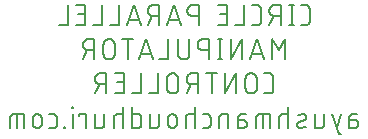
<source format=gbr>
G04 EAGLE Gerber RS-274X export*
G75*
%MOMM*%
%FSLAX34Y34*%
%LPD*%
%INSilkscreen Bottom*%
%IPPOS*%
%AMOC8*
5,1,8,0,0,1.08239X$1,22.5*%
G01*
%ADD10C,0.203200*%


D10*
X598658Y99798D02*
X602496Y99798D01*
X602619Y99800D01*
X602742Y99806D01*
X602865Y99816D01*
X602987Y99830D01*
X603109Y99847D01*
X603230Y99869D01*
X603350Y99894D01*
X603470Y99924D01*
X603588Y99957D01*
X603705Y99994D01*
X603822Y100034D01*
X603936Y100078D01*
X604050Y100126D01*
X604161Y100178D01*
X604271Y100233D01*
X604379Y100292D01*
X604486Y100354D01*
X604590Y100419D01*
X604692Y100488D01*
X604792Y100560D01*
X604889Y100635D01*
X604984Y100714D01*
X605076Y100795D01*
X605166Y100879D01*
X605253Y100966D01*
X605337Y101056D01*
X605418Y101148D01*
X605497Y101243D01*
X605572Y101340D01*
X605644Y101440D01*
X605713Y101542D01*
X605778Y101646D01*
X605840Y101753D01*
X605899Y101861D01*
X605954Y101971D01*
X606006Y102082D01*
X606054Y102196D01*
X606098Y102311D01*
X606138Y102427D01*
X606175Y102544D01*
X606208Y102662D01*
X606238Y102782D01*
X606263Y102902D01*
X606285Y103023D01*
X606302Y103145D01*
X606316Y103267D01*
X606326Y103390D01*
X606332Y103513D01*
X606334Y103636D01*
X606335Y103636D02*
X606335Y113232D01*
X606334Y113232D02*
X606332Y113355D01*
X606326Y113478D01*
X606316Y113601D01*
X606302Y113723D01*
X606285Y113845D01*
X606263Y113966D01*
X606238Y114086D01*
X606208Y114206D01*
X606175Y114324D01*
X606138Y114441D01*
X606098Y114557D01*
X606054Y114672D01*
X606006Y114786D01*
X605954Y114897D01*
X605899Y115007D01*
X605840Y115115D01*
X605778Y115222D01*
X605713Y115326D01*
X605644Y115428D01*
X605572Y115528D01*
X605497Y115625D01*
X605418Y115720D01*
X605337Y115812D01*
X605253Y115902D01*
X605166Y115989D01*
X605076Y116073D01*
X604984Y116154D01*
X604889Y116233D01*
X604792Y116308D01*
X604692Y116380D01*
X604590Y116449D01*
X604486Y116514D01*
X604379Y116576D01*
X604271Y116635D01*
X604161Y116690D01*
X604050Y116741D01*
X603936Y116789D01*
X603822Y116834D01*
X603705Y116874D01*
X603588Y116911D01*
X603470Y116944D01*
X603350Y116974D01*
X603230Y116999D01*
X603109Y117021D01*
X602987Y117038D01*
X602865Y117052D01*
X602742Y117062D01*
X602619Y117068D01*
X602496Y117070D01*
X598658Y117070D01*
X590884Y117070D02*
X590884Y99798D01*
X588965Y99798D02*
X592804Y99798D01*
X592804Y117070D02*
X588965Y117070D01*
X581619Y117070D02*
X581619Y99798D01*
X581619Y117070D02*
X576822Y117070D01*
X576684Y117068D01*
X576546Y117062D01*
X576408Y117052D01*
X576270Y117038D01*
X576133Y117020D01*
X575996Y116998D01*
X575861Y116973D01*
X575725Y116943D01*
X575591Y116909D01*
X575458Y116872D01*
X575326Y116831D01*
X575195Y116786D01*
X575066Y116737D01*
X574938Y116685D01*
X574812Y116629D01*
X574687Y116569D01*
X574564Y116505D01*
X574443Y116439D01*
X574324Y116368D01*
X574207Y116295D01*
X574092Y116218D01*
X573979Y116137D01*
X573869Y116054D01*
X573762Y115967D01*
X573656Y115877D01*
X573554Y115785D01*
X573454Y115689D01*
X573357Y115591D01*
X573263Y115489D01*
X573171Y115385D01*
X573083Y115279D01*
X572998Y115170D01*
X572916Y115059D01*
X572837Y114945D01*
X572762Y114829D01*
X572690Y114711D01*
X572621Y114591D01*
X572556Y114469D01*
X572495Y114345D01*
X572437Y114219D01*
X572383Y114092D01*
X572332Y113963D01*
X572285Y113833D01*
X572242Y113702D01*
X572203Y113569D01*
X572167Y113436D01*
X572136Y113301D01*
X572108Y113166D01*
X572084Y113029D01*
X572064Y112893D01*
X572048Y112755D01*
X572036Y112617D01*
X572028Y112479D01*
X572024Y112341D01*
X572024Y112203D01*
X572028Y112065D01*
X572036Y111927D01*
X572048Y111789D01*
X572064Y111651D01*
X572084Y111515D01*
X572108Y111378D01*
X572136Y111243D01*
X572167Y111108D01*
X572203Y110975D01*
X572242Y110842D01*
X572285Y110711D01*
X572332Y110581D01*
X572383Y110452D01*
X572437Y110325D01*
X572495Y110199D01*
X572556Y110075D01*
X572621Y109953D01*
X572690Y109833D01*
X572762Y109715D01*
X572837Y109599D01*
X572916Y109485D01*
X572998Y109374D01*
X573083Y109265D01*
X573171Y109159D01*
X573263Y109055D01*
X573357Y108953D01*
X573454Y108855D01*
X573554Y108759D01*
X573656Y108667D01*
X573762Y108577D01*
X573869Y108490D01*
X573979Y108407D01*
X574092Y108326D01*
X574207Y108249D01*
X574324Y108176D01*
X574443Y108105D01*
X574564Y108039D01*
X574687Y107975D01*
X574812Y107915D01*
X574938Y107859D01*
X575066Y107807D01*
X575195Y107758D01*
X575326Y107713D01*
X575458Y107672D01*
X575591Y107635D01*
X575725Y107601D01*
X575861Y107571D01*
X575996Y107546D01*
X576133Y107524D01*
X576270Y107506D01*
X576408Y107492D01*
X576546Y107482D01*
X576684Y107476D01*
X576822Y107474D01*
X581619Y107474D01*
X575862Y107474D02*
X572024Y99798D01*
X561179Y99798D02*
X557340Y99798D01*
X561179Y99798D02*
X561302Y99800D01*
X561425Y99806D01*
X561548Y99816D01*
X561670Y99830D01*
X561792Y99847D01*
X561913Y99869D01*
X562033Y99894D01*
X562153Y99924D01*
X562271Y99957D01*
X562388Y99994D01*
X562505Y100034D01*
X562619Y100078D01*
X562733Y100126D01*
X562844Y100178D01*
X562954Y100233D01*
X563062Y100292D01*
X563169Y100354D01*
X563273Y100419D01*
X563375Y100488D01*
X563475Y100560D01*
X563572Y100635D01*
X563667Y100714D01*
X563759Y100795D01*
X563849Y100879D01*
X563936Y100966D01*
X564020Y101056D01*
X564101Y101148D01*
X564180Y101243D01*
X564255Y101340D01*
X564327Y101440D01*
X564396Y101542D01*
X564461Y101646D01*
X564523Y101753D01*
X564582Y101861D01*
X564637Y101971D01*
X564689Y102082D01*
X564737Y102196D01*
X564781Y102311D01*
X564821Y102427D01*
X564858Y102544D01*
X564891Y102662D01*
X564921Y102782D01*
X564946Y102902D01*
X564968Y103023D01*
X564985Y103145D01*
X564999Y103267D01*
X565009Y103390D01*
X565015Y103513D01*
X565017Y103636D01*
X565017Y113232D01*
X565015Y113355D01*
X565009Y113478D01*
X564999Y113601D01*
X564985Y113723D01*
X564968Y113845D01*
X564946Y113966D01*
X564921Y114086D01*
X564891Y114206D01*
X564858Y114324D01*
X564821Y114441D01*
X564781Y114557D01*
X564737Y114672D01*
X564689Y114786D01*
X564637Y114897D01*
X564582Y115007D01*
X564523Y115115D01*
X564461Y115222D01*
X564396Y115326D01*
X564327Y115428D01*
X564255Y115528D01*
X564180Y115625D01*
X564101Y115720D01*
X564020Y115812D01*
X563936Y115902D01*
X563849Y115989D01*
X563759Y116073D01*
X563667Y116154D01*
X563572Y116233D01*
X563475Y116308D01*
X563375Y116380D01*
X563273Y116449D01*
X563169Y116514D01*
X563062Y116576D01*
X562954Y116635D01*
X562844Y116690D01*
X562733Y116741D01*
X562619Y116789D01*
X562505Y116834D01*
X562388Y116874D01*
X562271Y116911D01*
X562153Y116944D01*
X562033Y116974D01*
X561913Y116999D01*
X561792Y117021D01*
X561670Y117038D01*
X561548Y117052D01*
X561425Y117062D01*
X561302Y117068D01*
X561179Y117070D01*
X557340Y117070D01*
X550421Y117070D02*
X550421Y99798D01*
X542745Y99798D01*
X535904Y99798D02*
X528227Y99798D01*
X535904Y99798D02*
X535904Y117070D01*
X528227Y117070D01*
X530147Y109394D02*
X535904Y109394D01*
X512248Y117070D02*
X512248Y99798D01*
X512248Y117070D02*
X507450Y117070D01*
X507312Y117068D01*
X507174Y117062D01*
X507036Y117052D01*
X506898Y117038D01*
X506761Y117020D01*
X506624Y116998D01*
X506489Y116973D01*
X506353Y116943D01*
X506219Y116909D01*
X506086Y116872D01*
X505954Y116831D01*
X505823Y116786D01*
X505694Y116737D01*
X505566Y116685D01*
X505440Y116629D01*
X505315Y116569D01*
X505192Y116505D01*
X505071Y116439D01*
X504952Y116368D01*
X504835Y116295D01*
X504720Y116218D01*
X504607Y116137D01*
X504497Y116054D01*
X504390Y115967D01*
X504284Y115877D01*
X504182Y115785D01*
X504082Y115689D01*
X503985Y115591D01*
X503891Y115489D01*
X503799Y115385D01*
X503711Y115279D01*
X503626Y115170D01*
X503544Y115059D01*
X503465Y114945D01*
X503390Y114829D01*
X503318Y114711D01*
X503249Y114591D01*
X503184Y114469D01*
X503123Y114345D01*
X503065Y114219D01*
X503011Y114092D01*
X502960Y113963D01*
X502913Y113833D01*
X502870Y113702D01*
X502831Y113569D01*
X502795Y113436D01*
X502764Y113301D01*
X502736Y113166D01*
X502712Y113029D01*
X502692Y112893D01*
X502676Y112755D01*
X502664Y112617D01*
X502656Y112479D01*
X502652Y112341D01*
X502652Y112203D01*
X502656Y112065D01*
X502664Y111927D01*
X502676Y111789D01*
X502692Y111651D01*
X502712Y111515D01*
X502736Y111378D01*
X502764Y111243D01*
X502795Y111108D01*
X502831Y110975D01*
X502870Y110842D01*
X502913Y110711D01*
X502960Y110581D01*
X503011Y110452D01*
X503065Y110325D01*
X503123Y110199D01*
X503184Y110075D01*
X503249Y109953D01*
X503318Y109833D01*
X503390Y109715D01*
X503465Y109599D01*
X503544Y109485D01*
X503626Y109374D01*
X503711Y109265D01*
X503799Y109159D01*
X503891Y109055D01*
X503985Y108953D01*
X504082Y108855D01*
X504182Y108759D01*
X504284Y108667D01*
X504390Y108577D01*
X504497Y108490D01*
X504607Y108407D01*
X504720Y108326D01*
X504835Y108249D01*
X504952Y108176D01*
X505071Y108105D01*
X505192Y108039D01*
X505315Y107975D01*
X505440Y107915D01*
X505566Y107859D01*
X505694Y107807D01*
X505823Y107758D01*
X505954Y107713D01*
X506086Y107672D01*
X506219Y107635D01*
X506353Y107601D01*
X506489Y107571D01*
X506624Y107546D01*
X506761Y107524D01*
X506898Y107506D01*
X507036Y107492D01*
X507174Y107482D01*
X507312Y107476D01*
X507450Y107474D01*
X512248Y107474D01*
X497256Y99798D02*
X491498Y117070D01*
X485741Y99798D01*
X487180Y104116D02*
X495816Y104116D01*
X478883Y99798D02*
X478883Y117070D01*
X474085Y117070D01*
X473947Y117068D01*
X473809Y117062D01*
X473671Y117052D01*
X473533Y117038D01*
X473396Y117020D01*
X473259Y116998D01*
X473124Y116973D01*
X472988Y116943D01*
X472854Y116909D01*
X472721Y116872D01*
X472589Y116831D01*
X472458Y116786D01*
X472329Y116737D01*
X472201Y116685D01*
X472075Y116629D01*
X471950Y116569D01*
X471827Y116505D01*
X471706Y116439D01*
X471587Y116368D01*
X471470Y116295D01*
X471355Y116218D01*
X471242Y116137D01*
X471132Y116054D01*
X471025Y115967D01*
X470919Y115877D01*
X470817Y115785D01*
X470717Y115689D01*
X470620Y115591D01*
X470526Y115489D01*
X470434Y115385D01*
X470346Y115279D01*
X470261Y115170D01*
X470179Y115059D01*
X470100Y114945D01*
X470025Y114829D01*
X469953Y114711D01*
X469884Y114591D01*
X469819Y114469D01*
X469758Y114345D01*
X469700Y114219D01*
X469646Y114092D01*
X469595Y113963D01*
X469548Y113833D01*
X469505Y113702D01*
X469466Y113569D01*
X469430Y113436D01*
X469399Y113301D01*
X469371Y113166D01*
X469347Y113029D01*
X469327Y112893D01*
X469311Y112755D01*
X469299Y112617D01*
X469291Y112479D01*
X469287Y112341D01*
X469287Y112203D01*
X469291Y112065D01*
X469299Y111927D01*
X469311Y111789D01*
X469327Y111651D01*
X469347Y111515D01*
X469371Y111378D01*
X469399Y111243D01*
X469430Y111108D01*
X469466Y110975D01*
X469505Y110842D01*
X469548Y110711D01*
X469595Y110581D01*
X469646Y110452D01*
X469700Y110325D01*
X469758Y110199D01*
X469819Y110075D01*
X469884Y109953D01*
X469953Y109833D01*
X470025Y109715D01*
X470100Y109599D01*
X470179Y109485D01*
X470261Y109374D01*
X470346Y109265D01*
X470434Y109159D01*
X470526Y109055D01*
X470620Y108953D01*
X470717Y108855D01*
X470817Y108759D01*
X470919Y108667D01*
X471025Y108577D01*
X471132Y108490D01*
X471242Y108407D01*
X471355Y108326D01*
X471470Y108249D01*
X471587Y108176D01*
X471706Y108105D01*
X471827Y108039D01*
X471950Y107975D01*
X472075Y107915D01*
X472201Y107859D01*
X472329Y107807D01*
X472458Y107758D01*
X472589Y107713D01*
X472721Y107672D01*
X472854Y107635D01*
X472988Y107601D01*
X473124Y107571D01*
X473259Y107546D01*
X473396Y107524D01*
X473533Y107506D01*
X473671Y107492D01*
X473809Y107482D01*
X473947Y107476D01*
X474085Y107474D01*
X478883Y107474D01*
X473126Y107474D02*
X469288Y99798D01*
X463197Y99798D02*
X457439Y117070D01*
X451682Y99798D01*
X453121Y104116D02*
X461757Y104116D01*
X444893Y99798D02*
X444893Y117070D01*
X444893Y99798D02*
X437217Y99798D01*
X430376Y99798D02*
X430376Y117070D01*
X430376Y99798D02*
X422700Y99798D01*
X415859Y99798D02*
X408183Y99798D01*
X415859Y99798D02*
X415859Y117070D01*
X408183Y117070D01*
X410102Y109394D02*
X415859Y109394D01*
X401342Y117070D02*
X401342Y99798D01*
X393666Y99798D01*
X585732Y88114D02*
X585732Y70842D01*
X579974Y78518D02*
X585732Y88114D01*
X579974Y78518D02*
X574217Y88114D01*
X574217Y70842D01*
X567306Y70842D02*
X561549Y88114D01*
X555792Y70842D01*
X557231Y75160D02*
X565867Y75160D01*
X549038Y70842D02*
X549038Y88114D01*
X539442Y70842D01*
X539442Y88114D01*
X530281Y88114D02*
X530281Y70842D01*
X528362Y70842D02*
X532201Y70842D01*
X532201Y88114D02*
X528362Y88114D01*
X520880Y88114D02*
X520880Y70842D01*
X520880Y88114D02*
X516083Y88114D01*
X515945Y88112D01*
X515807Y88106D01*
X515669Y88096D01*
X515531Y88082D01*
X515394Y88064D01*
X515257Y88042D01*
X515122Y88017D01*
X514986Y87987D01*
X514852Y87953D01*
X514719Y87916D01*
X514587Y87875D01*
X514456Y87830D01*
X514327Y87781D01*
X514199Y87729D01*
X514073Y87673D01*
X513948Y87613D01*
X513825Y87549D01*
X513704Y87483D01*
X513585Y87412D01*
X513468Y87339D01*
X513353Y87262D01*
X513240Y87181D01*
X513130Y87098D01*
X513023Y87011D01*
X512917Y86921D01*
X512815Y86829D01*
X512715Y86733D01*
X512618Y86635D01*
X512524Y86533D01*
X512432Y86429D01*
X512344Y86323D01*
X512259Y86214D01*
X512177Y86103D01*
X512098Y85989D01*
X512023Y85873D01*
X511951Y85755D01*
X511882Y85635D01*
X511817Y85513D01*
X511756Y85389D01*
X511698Y85263D01*
X511644Y85136D01*
X511593Y85007D01*
X511546Y84877D01*
X511503Y84746D01*
X511464Y84613D01*
X511428Y84480D01*
X511397Y84345D01*
X511369Y84210D01*
X511345Y84073D01*
X511325Y83937D01*
X511309Y83799D01*
X511297Y83661D01*
X511289Y83523D01*
X511285Y83385D01*
X511285Y83247D01*
X511289Y83109D01*
X511297Y82971D01*
X511309Y82833D01*
X511325Y82695D01*
X511345Y82559D01*
X511369Y82422D01*
X511397Y82287D01*
X511428Y82152D01*
X511464Y82019D01*
X511503Y81886D01*
X511546Y81755D01*
X511593Y81625D01*
X511644Y81496D01*
X511698Y81369D01*
X511756Y81243D01*
X511817Y81119D01*
X511882Y80997D01*
X511951Y80877D01*
X512023Y80759D01*
X512098Y80643D01*
X512177Y80529D01*
X512259Y80418D01*
X512344Y80309D01*
X512432Y80203D01*
X512524Y80099D01*
X512618Y79997D01*
X512715Y79899D01*
X512815Y79803D01*
X512917Y79711D01*
X513023Y79621D01*
X513130Y79534D01*
X513240Y79451D01*
X513353Y79370D01*
X513468Y79293D01*
X513585Y79220D01*
X513704Y79149D01*
X513825Y79083D01*
X513948Y79019D01*
X514073Y78959D01*
X514199Y78903D01*
X514327Y78851D01*
X514456Y78802D01*
X514587Y78757D01*
X514719Y78716D01*
X514852Y78679D01*
X514986Y78645D01*
X515122Y78615D01*
X515257Y78590D01*
X515394Y78568D01*
X515531Y78550D01*
X515669Y78536D01*
X515807Y78526D01*
X515945Y78520D01*
X516083Y78518D01*
X520880Y78518D01*
X504370Y75640D02*
X504370Y88114D01*
X504370Y75640D02*
X504368Y75502D01*
X504362Y75364D01*
X504352Y75226D01*
X504338Y75088D01*
X504320Y74951D01*
X504298Y74814D01*
X504273Y74679D01*
X504243Y74543D01*
X504209Y74409D01*
X504172Y74276D01*
X504131Y74144D01*
X504086Y74013D01*
X504037Y73884D01*
X503985Y73756D01*
X503929Y73630D01*
X503869Y73505D01*
X503805Y73382D01*
X503739Y73261D01*
X503668Y73142D01*
X503595Y73025D01*
X503518Y72910D01*
X503437Y72797D01*
X503354Y72687D01*
X503267Y72580D01*
X503177Y72474D01*
X503085Y72372D01*
X502989Y72272D01*
X502891Y72175D01*
X502789Y72081D01*
X502685Y71989D01*
X502579Y71901D01*
X502470Y71816D01*
X502359Y71734D01*
X502245Y71655D01*
X502129Y71580D01*
X502011Y71508D01*
X501891Y71439D01*
X501769Y71374D01*
X501645Y71313D01*
X501519Y71255D01*
X501392Y71201D01*
X501263Y71150D01*
X501133Y71103D01*
X501002Y71060D01*
X500869Y71021D01*
X500736Y70985D01*
X500601Y70954D01*
X500466Y70926D01*
X500329Y70902D01*
X500193Y70882D01*
X500055Y70866D01*
X499917Y70854D01*
X499779Y70846D01*
X499641Y70842D01*
X499503Y70842D01*
X499365Y70846D01*
X499227Y70854D01*
X499089Y70866D01*
X498951Y70882D01*
X498815Y70902D01*
X498678Y70926D01*
X498543Y70954D01*
X498408Y70985D01*
X498275Y71021D01*
X498142Y71060D01*
X498011Y71103D01*
X497881Y71150D01*
X497752Y71201D01*
X497625Y71255D01*
X497499Y71313D01*
X497375Y71374D01*
X497253Y71439D01*
X497133Y71508D01*
X497015Y71580D01*
X496899Y71655D01*
X496785Y71734D01*
X496674Y71816D01*
X496565Y71901D01*
X496459Y71989D01*
X496355Y72081D01*
X496253Y72175D01*
X496155Y72272D01*
X496059Y72372D01*
X495967Y72474D01*
X495877Y72580D01*
X495790Y72687D01*
X495707Y72797D01*
X495626Y72910D01*
X495549Y73025D01*
X495476Y73142D01*
X495405Y73261D01*
X495339Y73382D01*
X495275Y73505D01*
X495215Y73630D01*
X495159Y73756D01*
X495107Y73884D01*
X495058Y74013D01*
X495013Y74144D01*
X494972Y74276D01*
X494935Y74409D01*
X494901Y74543D01*
X494871Y74679D01*
X494846Y74814D01*
X494824Y74951D01*
X494806Y75088D01*
X494792Y75226D01*
X494782Y75364D01*
X494776Y75502D01*
X494774Y75640D01*
X494775Y75640D02*
X494775Y88114D01*
X486468Y88114D02*
X486468Y70842D01*
X478791Y70842D01*
X473504Y70842D02*
X467746Y88114D01*
X461989Y70842D01*
X463428Y75160D02*
X472064Y75160D01*
X452113Y70842D02*
X452113Y88114D01*
X456910Y88114D02*
X447315Y88114D01*
X441277Y83316D02*
X441277Y75640D01*
X441277Y83316D02*
X441275Y83454D01*
X441269Y83592D01*
X441259Y83730D01*
X441245Y83868D01*
X441227Y84005D01*
X441205Y84142D01*
X441180Y84277D01*
X441150Y84413D01*
X441116Y84547D01*
X441079Y84680D01*
X441038Y84812D01*
X440993Y84943D01*
X440944Y85072D01*
X440892Y85200D01*
X440836Y85326D01*
X440776Y85451D01*
X440712Y85574D01*
X440646Y85695D01*
X440575Y85814D01*
X440502Y85931D01*
X440425Y86046D01*
X440344Y86159D01*
X440261Y86269D01*
X440174Y86376D01*
X440084Y86482D01*
X439992Y86584D01*
X439896Y86684D01*
X439798Y86781D01*
X439696Y86875D01*
X439592Y86967D01*
X439486Y87055D01*
X439377Y87140D01*
X439266Y87222D01*
X439152Y87301D01*
X439036Y87376D01*
X438918Y87448D01*
X438798Y87517D01*
X438676Y87582D01*
X438552Y87643D01*
X438426Y87701D01*
X438299Y87755D01*
X438170Y87806D01*
X438040Y87853D01*
X437909Y87896D01*
X437776Y87935D01*
X437643Y87971D01*
X437508Y88002D01*
X437373Y88030D01*
X437236Y88054D01*
X437100Y88074D01*
X436962Y88090D01*
X436824Y88102D01*
X436686Y88110D01*
X436548Y88114D01*
X436410Y88114D01*
X436272Y88110D01*
X436134Y88102D01*
X435996Y88090D01*
X435858Y88074D01*
X435722Y88054D01*
X435585Y88030D01*
X435450Y88002D01*
X435315Y87971D01*
X435182Y87935D01*
X435049Y87896D01*
X434918Y87853D01*
X434788Y87806D01*
X434659Y87755D01*
X434532Y87701D01*
X434406Y87643D01*
X434282Y87582D01*
X434160Y87517D01*
X434040Y87448D01*
X433922Y87376D01*
X433806Y87301D01*
X433692Y87222D01*
X433581Y87140D01*
X433472Y87055D01*
X433366Y86967D01*
X433262Y86875D01*
X433160Y86781D01*
X433062Y86684D01*
X432966Y86584D01*
X432874Y86482D01*
X432784Y86376D01*
X432697Y86269D01*
X432614Y86159D01*
X432533Y86046D01*
X432456Y85931D01*
X432383Y85814D01*
X432312Y85695D01*
X432246Y85574D01*
X432182Y85451D01*
X432122Y85326D01*
X432066Y85200D01*
X432014Y85072D01*
X431965Y84943D01*
X431920Y84812D01*
X431879Y84680D01*
X431842Y84547D01*
X431808Y84413D01*
X431778Y84277D01*
X431753Y84142D01*
X431731Y84005D01*
X431713Y83868D01*
X431699Y83730D01*
X431689Y83592D01*
X431683Y83454D01*
X431681Y83316D01*
X431681Y75640D01*
X431683Y75502D01*
X431689Y75364D01*
X431699Y75226D01*
X431713Y75088D01*
X431731Y74951D01*
X431753Y74814D01*
X431778Y74679D01*
X431808Y74543D01*
X431842Y74409D01*
X431879Y74276D01*
X431920Y74144D01*
X431965Y74013D01*
X432014Y73884D01*
X432066Y73756D01*
X432122Y73630D01*
X432182Y73505D01*
X432246Y73382D01*
X432312Y73261D01*
X432383Y73142D01*
X432456Y73025D01*
X432533Y72910D01*
X432614Y72797D01*
X432697Y72687D01*
X432784Y72580D01*
X432874Y72474D01*
X432966Y72372D01*
X433062Y72272D01*
X433160Y72175D01*
X433262Y72081D01*
X433366Y71989D01*
X433472Y71901D01*
X433581Y71816D01*
X433692Y71734D01*
X433806Y71655D01*
X433922Y71580D01*
X434040Y71508D01*
X434160Y71439D01*
X434282Y71374D01*
X434406Y71313D01*
X434532Y71255D01*
X434659Y71201D01*
X434788Y71150D01*
X434918Y71103D01*
X435049Y71060D01*
X435182Y71021D01*
X435315Y70985D01*
X435450Y70954D01*
X435585Y70926D01*
X435722Y70902D01*
X435858Y70882D01*
X435996Y70866D01*
X436134Y70854D01*
X436272Y70846D01*
X436410Y70842D01*
X436548Y70842D01*
X436686Y70846D01*
X436824Y70854D01*
X436962Y70866D01*
X437100Y70882D01*
X437236Y70902D01*
X437373Y70926D01*
X437508Y70954D01*
X437643Y70985D01*
X437776Y71021D01*
X437909Y71060D01*
X438040Y71103D01*
X438170Y71150D01*
X438299Y71201D01*
X438426Y71255D01*
X438552Y71313D01*
X438676Y71374D01*
X438798Y71439D01*
X438918Y71508D01*
X439036Y71580D01*
X439152Y71655D01*
X439266Y71734D01*
X439377Y71816D01*
X439486Y71901D01*
X439592Y71989D01*
X439696Y72081D01*
X439798Y72175D01*
X439896Y72272D01*
X439992Y72372D01*
X440084Y72474D01*
X440174Y72580D01*
X440261Y72687D01*
X440344Y72797D01*
X440425Y72910D01*
X440502Y73025D01*
X440575Y73142D01*
X440646Y73261D01*
X440712Y73382D01*
X440776Y73505D01*
X440836Y73630D01*
X440892Y73756D01*
X440944Y73884D01*
X440993Y74013D01*
X441038Y74144D01*
X441079Y74276D01*
X441116Y74409D01*
X441150Y74543D01*
X441180Y74679D01*
X441205Y74814D01*
X441227Y74951D01*
X441245Y75088D01*
X441259Y75226D01*
X441269Y75364D01*
X441275Y75502D01*
X441277Y75640D01*
X423864Y70842D02*
X423864Y88114D01*
X419066Y88114D01*
X418928Y88112D01*
X418790Y88106D01*
X418652Y88096D01*
X418514Y88082D01*
X418377Y88064D01*
X418240Y88042D01*
X418105Y88017D01*
X417969Y87987D01*
X417835Y87953D01*
X417702Y87916D01*
X417570Y87875D01*
X417439Y87830D01*
X417310Y87781D01*
X417182Y87729D01*
X417056Y87673D01*
X416931Y87613D01*
X416808Y87549D01*
X416687Y87483D01*
X416568Y87412D01*
X416451Y87339D01*
X416336Y87262D01*
X416223Y87181D01*
X416113Y87098D01*
X416006Y87011D01*
X415900Y86921D01*
X415798Y86829D01*
X415698Y86733D01*
X415601Y86635D01*
X415507Y86533D01*
X415415Y86429D01*
X415327Y86323D01*
X415242Y86214D01*
X415160Y86103D01*
X415081Y85989D01*
X415006Y85873D01*
X414934Y85755D01*
X414865Y85635D01*
X414800Y85513D01*
X414739Y85389D01*
X414681Y85263D01*
X414627Y85136D01*
X414576Y85007D01*
X414529Y84877D01*
X414486Y84746D01*
X414447Y84613D01*
X414411Y84480D01*
X414380Y84345D01*
X414352Y84210D01*
X414328Y84073D01*
X414308Y83937D01*
X414292Y83799D01*
X414280Y83661D01*
X414272Y83523D01*
X414268Y83385D01*
X414268Y83247D01*
X414272Y83109D01*
X414280Y82971D01*
X414292Y82833D01*
X414308Y82695D01*
X414328Y82559D01*
X414352Y82422D01*
X414380Y82287D01*
X414411Y82152D01*
X414447Y82019D01*
X414486Y81886D01*
X414529Y81755D01*
X414576Y81625D01*
X414627Y81496D01*
X414681Y81369D01*
X414739Y81243D01*
X414800Y81119D01*
X414865Y80997D01*
X414934Y80877D01*
X415006Y80759D01*
X415081Y80643D01*
X415160Y80529D01*
X415242Y80418D01*
X415327Y80309D01*
X415415Y80203D01*
X415507Y80099D01*
X415601Y79997D01*
X415698Y79899D01*
X415798Y79803D01*
X415900Y79711D01*
X416006Y79621D01*
X416113Y79534D01*
X416223Y79451D01*
X416336Y79370D01*
X416451Y79293D01*
X416568Y79220D01*
X416687Y79149D01*
X416808Y79083D01*
X416931Y79019D01*
X417056Y78959D01*
X417182Y78903D01*
X417310Y78851D01*
X417439Y78802D01*
X417570Y78757D01*
X417702Y78716D01*
X417835Y78679D01*
X417969Y78645D01*
X418105Y78615D01*
X418240Y78590D01*
X418377Y78568D01*
X418514Y78550D01*
X418652Y78536D01*
X418790Y78526D01*
X418928Y78520D01*
X419066Y78518D01*
X423864Y78518D01*
X418106Y78518D02*
X414268Y70842D01*
X567826Y41886D02*
X571665Y41886D01*
X571788Y41888D01*
X571911Y41894D01*
X572034Y41904D01*
X572156Y41918D01*
X572278Y41935D01*
X572399Y41957D01*
X572519Y41982D01*
X572639Y42012D01*
X572757Y42045D01*
X572874Y42082D01*
X572991Y42122D01*
X573105Y42166D01*
X573219Y42214D01*
X573330Y42266D01*
X573440Y42321D01*
X573548Y42380D01*
X573655Y42442D01*
X573759Y42507D01*
X573861Y42576D01*
X573961Y42648D01*
X574058Y42723D01*
X574153Y42802D01*
X574245Y42883D01*
X574335Y42967D01*
X574422Y43054D01*
X574506Y43144D01*
X574587Y43236D01*
X574666Y43331D01*
X574741Y43428D01*
X574813Y43528D01*
X574882Y43630D01*
X574947Y43734D01*
X575009Y43841D01*
X575068Y43949D01*
X575123Y44059D01*
X575175Y44170D01*
X575223Y44284D01*
X575267Y44399D01*
X575307Y44515D01*
X575344Y44632D01*
X575377Y44750D01*
X575407Y44870D01*
X575432Y44990D01*
X575454Y45111D01*
X575471Y45233D01*
X575485Y45355D01*
X575495Y45478D01*
X575501Y45601D01*
X575503Y45724D01*
X575503Y55320D01*
X575502Y55320D02*
X575500Y55443D01*
X575494Y55566D01*
X575484Y55689D01*
X575470Y55811D01*
X575453Y55933D01*
X575431Y56054D01*
X575406Y56174D01*
X575376Y56294D01*
X575343Y56412D01*
X575306Y56529D01*
X575266Y56645D01*
X575222Y56760D01*
X575174Y56874D01*
X575122Y56985D01*
X575067Y57095D01*
X575008Y57203D01*
X574946Y57310D01*
X574881Y57414D01*
X574812Y57516D01*
X574740Y57616D01*
X574665Y57713D01*
X574586Y57808D01*
X574505Y57900D01*
X574421Y57990D01*
X574334Y58077D01*
X574244Y58161D01*
X574152Y58242D01*
X574057Y58321D01*
X573960Y58396D01*
X573860Y58468D01*
X573758Y58537D01*
X573654Y58602D01*
X573547Y58664D01*
X573439Y58723D01*
X573329Y58778D01*
X573218Y58829D01*
X573104Y58877D01*
X572990Y58922D01*
X572873Y58962D01*
X572756Y58999D01*
X572638Y59032D01*
X572518Y59062D01*
X572398Y59087D01*
X572277Y59109D01*
X572155Y59126D01*
X572033Y59140D01*
X571910Y59150D01*
X571787Y59156D01*
X571664Y59158D01*
X571665Y59158D02*
X567826Y59158D01*
X561500Y54360D02*
X561500Y46684D01*
X561501Y54360D02*
X561499Y54498D01*
X561493Y54636D01*
X561483Y54774D01*
X561469Y54912D01*
X561451Y55049D01*
X561429Y55186D01*
X561404Y55321D01*
X561374Y55457D01*
X561340Y55591D01*
X561303Y55724D01*
X561262Y55856D01*
X561217Y55987D01*
X561168Y56116D01*
X561116Y56244D01*
X561060Y56370D01*
X561000Y56495D01*
X560936Y56618D01*
X560870Y56739D01*
X560799Y56858D01*
X560726Y56975D01*
X560649Y57090D01*
X560568Y57203D01*
X560485Y57313D01*
X560398Y57420D01*
X560308Y57526D01*
X560216Y57628D01*
X560120Y57728D01*
X560022Y57825D01*
X559920Y57919D01*
X559816Y58011D01*
X559710Y58099D01*
X559601Y58184D01*
X559490Y58266D01*
X559376Y58345D01*
X559260Y58420D01*
X559142Y58492D01*
X559022Y58561D01*
X558900Y58626D01*
X558776Y58687D01*
X558650Y58745D01*
X558523Y58799D01*
X558394Y58850D01*
X558264Y58897D01*
X558133Y58940D01*
X558000Y58979D01*
X557867Y59015D01*
X557732Y59046D01*
X557597Y59074D01*
X557460Y59098D01*
X557324Y59118D01*
X557186Y59134D01*
X557048Y59146D01*
X556910Y59154D01*
X556772Y59158D01*
X556634Y59158D01*
X556496Y59154D01*
X556358Y59146D01*
X556220Y59134D01*
X556082Y59118D01*
X555946Y59098D01*
X555809Y59074D01*
X555674Y59046D01*
X555539Y59015D01*
X555406Y58979D01*
X555273Y58940D01*
X555142Y58897D01*
X555012Y58850D01*
X554883Y58799D01*
X554756Y58745D01*
X554630Y58687D01*
X554506Y58626D01*
X554384Y58561D01*
X554264Y58492D01*
X554146Y58420D01*
X554030Y58345D01*
X553916Y58266D01*
X553805Y58184D01*
X553696Y58099D01*
X553590Y58011D01*
X553486Y57919D01*
X553384Y57825D01*
X553286Y57728D01*
X553190Y57628D01*
X553098Y57526D01*
X553008Y57420D01*
X552921Y57313D01*
X552838Y57203D01*
X552757Y57090D01*
X552680Y56975D01*
X552607Y56858D01*
X552536Y56739D01*
X552470Y56618D01*
X552406Y56495D01*
X552346Y56370D01*
X552290Y56244D01*
X552238Y56116D01*
X552189Y55987D01*
X552144Y55856D01*
X552103Y55724D01*
X552066Y55591D01*
X552032Y55457D01*
X552002Y55321D01*
X551977Y55186D01*
X551955Y55049D01*
X551937Y54912D01*
X551923Y54774D01*
X551913Y54636D01*
X551907Y54498D01*
X551905Y54360D01*
X551905Y46684D01*
X551907Y46546D01*
X551913Y46408D01*
X551923Y46270D01*
X551937Y46132D01*
X551955Y45995D01*
X551977Y45858D01*
X552002Y45723D01*
X552032Y45587D01*
X552066Y45453D01*
X552103Y45320D01*
X552144Y45188D01*
X552189Y45057D01*
X552238Y44928D01*
X552290Y44800D01*
X552346Y44674D01*
X552406Y44549D01*
X552470Y44426D01*
X552536Y44305D01*
X552607Y44186D01*
X552680Y44069D01*
X552757Y43954D01*
X552838Y43841D01*
X552921Y43731D01*
X553008Y43624D01*
X553098Y43518D01*
X553190Y43416D01*
X553286Y43316D01*
X553384Y43219D01*
X553486Y43125D01*
X553590Y43033D01*
X553696Y42945D01*
X553805Y42860D01*
X553916Y42778D01*
X554030Y42699D01*
X554146Y42624D01*
X554264Y42552D01*
X554384Y42483D01*
X554506Y42418D01*
X554630Y42357D01*
X554756Y42299D01*
X554883Y42245D01*
X555012Y42194D01*
X555142Y42147D01*
X555273Y42104D01*
X555406Y42065D01*
X555539Y42029D01*
X555674Y41998D01*
X555809Y41970D01*
X555946Y41946D01*
X556082Y41926D01*
X556220Y41910D01*
X556358Y41898D01*
X556496Y41890D01*
X556634Y41886D01*
X556772Y41886D01*
X556910Y41890D01*
X557048Y41898D01*
X557186Y41910D01*
X557324Y41926D01*
X557460Y41946D01*
X557597Y41970D01*
X557732Y41998D01*
X557867Y42029D01*
X558000Y42065D01*
X558133Y42104D01*
X558264Y42147D01*
X558394Y42194D01*
X558523Y42245D01*
X558650Y42299D01*
X558776Y42357D01*
X558900Y42418D01*
X559022Y42483D01*
X559142Y42552D01*
X559260Y42624D01*
X559376Y42699D01*
X559490Y42778D01*
X559601Y42860D01*
X559710Y42945D01*
X559816Y43033D01*
X559920Y43125D01*
X560022Y43219D01*
X560120Y43316D01*
X560216Y43416D01*
X560308Y43518D01*
X560398Y43624D01*
X560485Y43731D01*
X560568Y43841D01*
X560649Y43954D01*
X560726Y44069D01*
X560799Y44186D01*
X560870Y44305D01*
X560936Y44426D01*
X561000Y44549D01*
X561060Y44674D01*
X561116Y44800D01*
X561168Y44928D01*
X561217Y45057D01*
X561262Y45188D01*
X561303Y45320D01*
X561340Y45453D01*
X561374Y45587D01*
X561404Y45723D01*
X561429Y45858D01*
X561451Y45995D01*
X561469Y46132D01*
X561483Y46270D01*
X561493Y46408D01*
X561499Y46546D01*
X561501Y46684D01*
X544192Y41886D02*
X544192Y59158D01*
X534596Y41886D01*
X534596Y59158D01*
X523202Y59158D02*
X523202Y41886D01*
X527999Y59158D02*
X518404Y59158D01*
X511703Y59158D02*
X511703Y41886D01*
X511703Y59158D02*
X506905Y59158D01*
X506767Y59156D01*
X506629Y59150D01*
X506491Y59140D01*
X506353Y59126D01*
X506216Y59108D01*
X506079Y59086D01*
X505944Y59061D01*
X505808Y59031D01*
X505674Y58997D01*
X505541Y58960D01*
X505409Y58919D01*
X505278Y58874D01*
X505149Y58825D01*
X505021Y58773D01*
X504895Y58717D01*
X504770Y58657D01*
X504647Y58593D01*
X504526Y58527D01*
X504407Y58456D01*
X504290Y58383D01*
X504175Y58306D01*
X504062Y58225D01*
X503952Y58142D01*
X503845Y58055D01*
X503739Y57965D01*
X503637Y57873D01*
X503537Y57777D01*
X503440Y57679D01*
X503346Y57577D01*
X503254Y57473D01*
X503166Y57367D01*
X503081Y57258D01*
X502999Y57147D01*
X502920Y57033D01*
X502845Y56917D01*
X502773Y56799D01*
X502704Y56679D01*
X502639Y56557D01*
X502578Y56433D01*
X502520Y56307D01*
X502466Y56180D01*
X502415Y56051D01*
X502368Y55921D01*
X502325Y55790D01*
X502286Y55657D01*
X502250Y55524D01*
X502219Y55389D01*
X502191Y55254D01*
X502167Y55117D01*
X502147Y54981D01*
X502131Y54843D01*
X502119Y54705D01*
X502111Y54567D01*
X502107Y54429D01*
X502107Y54291D01*
X502111Y54153D01*
X502119Y54015D01*
X502131Y53877D01*
X502147Y53739D01*
X502167Y53603D01*
X502191Y53466D01*
X502219Y53331D01*
X502250Y53196D01*
X502286Y53063D01*
X502325Y52930D01*
X502368Y52799D01*
X502415Y52669D01*
X502466Y52540D01*
X502520Y52413D01*
X502578Y52287D01*
X502639Y52163D01*
X502704Y52041D01*
X502773Y51921D01*
X502845Y51803D01*
X502920Y51687D01*
X502999Y51573D01*
X503081Y51462D01*
X503166Y51353D01*
X503254Y51247D01*
X503346Y51143D01*
X503440Y51041D01*
X503537Y50943D01*
X503637Y50847D01*
X503739Y50755D01*
X503845Y50665D01*
X503952Y50578D01*
X504062Y50495D01*
X504175Y50414D01*
X504290Y50337D01*
X504407Y50264D01*
X504526Y50193D01*
X504647Y50127D01*
X504770Y50063D01*
X504895Y50003D01*
X505021Y49947D01*
X505149Y49895D01*
X505278Y49846D01*
X505409Y49801D01*
X505541Y49760D01*
X505674Y49723D01*
X505808Y49689D01*
X505944Y49659D01*
X506079Y49634D01*
X506216Y49612D01*
X506353Y49594D01*
X506491Y49580D01*
X506629Y49570D01*
X506767Y49564D01*
X506905Y49562D01*
X511703Y49562D01*
X505946Y49562D02*
X502108Y41886D01*
X495057Y46684D02*
X495057Y54360D01*
X495055Y54498D01*
X495049Y54636D01*
X495039Y54774D01*
X495025Y54912D01*
X495007Y55049D01*
X494985Y55186D01*
X494960Y55321D01*
X494930Y55457D01*
X494896Y55591D01*
X494859Y55724D01*
X494818Y55856D01*
X494773Y55987D01*
X494724Y56116D01*
X494672Y56244D01*
X494616Y56370D01*
X494556Y56495D01*
X494492Y56618D01*
X494426Y56739D01*
X494355Y56858D01*
X494282Y56975D01*
X494205Y57090D01*
X494124Y57203D01*
X494041Y57313D01*
X493954Y57420D01*
X493864Y57526D01*
X493772Y57628D01*
X493676Y57728D01*
X493578Y57825D01*
X493476Y57919D01*
X493372Y58011D01*
X493266Y58099D01*
X493157Y58184D01*
X493046Y58266D01*
X492932Y58345D01*
X492816Y58420D01*
X492698Y58492D01*
X492578Y58561D01*
X492456Y58626D01*
X492332Y58687D01*
X492206Y58745D01*
X492079Y58799D01*
X491950Y58850D01*
X491820Y58897D01*
X491689Y58940D01*
X491556Y58979D01*
X491423Y59015D01*
X491288Y59046D01*
X491153Y59074D01*
X491016Y59098D01*
X490880Y59118D01*
X490742Y59134D01*
X490604Y59146D01*
X490466Y59154D01*
X490328Y59158D01*
X490190Y59158D01*
X490052Y59154D01*
X489914Y59146D01*
X489776Y59134D01*
X489638Y59118D01*
X489502Y59098D01*
X489365Y59074D01*
X489230Y59046D01*
X489095Y59015D01*
X488962Y58979D01*
X488829Y58940D01*
X488698Y58897D01*
X488568Y58850D01*
X488439Y58799D01*
X488312Y58745D01*
X488186Y58687D01*
X488062Y58626D01*
X487940Y58561D01*
X487820Y58492D01*
X487702Y58420D01*
X487586Y58345D01*
X487472Y58266D01*
X487361Y58184D01*
X487252Y58099D01*
X487146Y58011D01*
X487042Y57919D01*
X486940Y57825D01*
X486842Y57728D01*
X486746Y57628D01*
X486654Y57526D01*
X486564Y57420D01*
X486477Y57313D01*
X486394Y57203D01*
X486313Y57090D01*
X486236Y56975D01*
X486163Y56858D01*
X486092Y56739D01*
X486026Y56618D01*
X485962Y56495D01*
X485902Y56370D01*
X485846Y56244D01*
X485794Y56116D01*
X485745Y55987D01*
X485700Y55856D01*
X485659Y55724D01*
X485622Y55591D01*
X485588Y55457D01*
X485558Y55321D01*
X485533Y55186D01*
X485511Y55049D01*
X485493Y54912D01*
X485479Y54774D01*
X485469Y54636D01*
X485463Y54498D01*
X485461Y54360D01*
X485461Y46684D01*
X485463Y46546D01*
X485469Y46408D01*
X485479Y46270D01*
X485493Y46132D01*
X485511Y45995D01*
X485533Y45858D01*
X485558Y45723D01*
X485588Y45587D01*
X485622Y45453D01*
X485659Y45320D01*
X485700Y45188D01*
X485745Y45057D01*
X485794Y44928D01*
X485846Y44800D01*
X485902Y44674D01*
X485962Y44549D01*
X486026Y44426D01*
X486092Y44305D01*
X486163Y44186D01*
X486236Y44069D01*
X486313Y43954D01*
X486394Y43841D01*
X486477Y43731D01*
X486564Y43624D01*
X486654Y43518D01*
X486746Y43416D01*
X486842Y43316D01*
X486940Y43219D01*
X487042Y43125D01*
X487146Y43033D01*
X487252Y42945D01*
X487361Y42860D01*
X487472Y42778D01*
X487586Y42699D01*
X487702Y42624D01*
X487820Y42552D01*
X487940Y42483D01*
X488062Y42418D01*
X488186Y42357D01*
X488312Y42299D01*
X488439Y42245D01*
X488568Y42194D01*
X488698Y42147D01*
X488829Y42104D01*
X488962Y42065D01*
X489095Y42029D01*
X489230Y41998D01*
X489365Y41970D01*
X489502Y41946D01*
X489638Y41926D01*
X489776Y41910D01*
X489914Y41898D01*
X490052Y41890D01*
X490190Y41886D01*
X490328Y41886D01*
X490466Y41890D01*
X490604Y41898D01*
X490742Y41910D01*
X490880Y41926D01*
X491016Y41946D01*
X491153Y41970D01*
X491288Y41998D01*
X491423Y42029D01*
X491556Y42065D01*
X491689Y42104D01*
X491820Y42147D01*
X491950Y42194D01*
X492079Y42245D01*
X492206Y42299D01*
X492332Y42357D01*
X492456Y42418D01*
X492578Y42483D01*
X492698Y42552D01*
X492816Y42624D01*
X492932Y42699D01*
X493046Y42778D01*
X493157Y42860D01*
X493266Y42945D01*
X493372Y43033D01*
X493476Y43125D01*
X493578Y43219D01*
X493676Y43316D01*
X493772Y43416D01*
X493864Y43518D01*
X493954Y43624D01*
X494041Y43731D01*
X494124Y43841D01*
X494205Y43954D01*
X494282Y44069D01*
X494355Y44186D01*
X494426Y44305D01*
X494492Y44426D01*
X494556Y44549D01*
X494616Y44674D01*
X494672Y44800D01*
X494724Y44928D01*
X494773Y45057D01*
X494818Y45188D01*
X494859Y45320D01*
X494896Y45453D01*
X494930Y45587D01*
X494960Y45723D01*
X494985Y45858D01*
X495007Y45995D01*
X495025Y46132D01*
X495039Y46270D01*
X495049Y46408D01*
X495055Y46546D01*
X495057Y46684D01*
X477713Y41886D02*
X477713Y59158D01*
X477713Y41886D02*
X470037Y41886D01*
X463196Y41886D02*
X463196Y59158D01*
X463196Y41886D02*
X455520Y41886D01*
X448679Y41886D02*
X441003Y41886D01*
X448679Y41886D02*
X448679Y59158D01*
X441003Y59158D01*
X442922Y51482D02*
X448679Y51482D01*
X434093Y59158D02*
X434093Y41886D01*
X434093Y59158D02*
X429295Y59158D01*
X429157Y59156D01*
X429019Y59150D01*
X428881Y59140D01*
X428743Y59126D01*
X428606Y59108D01*
X428469Y59086D01*
X428334Y59061D01*
X428198Y59031D01*
X428064Y58997D01*
X427931Y58960D01*
X427799Y58919D01*
X427668Y58874D01*
X427539Y58825D01*
X427411Y58773D01*
X427285Y58717D01*
X427160Y58657D01*
X427037Y58593D01*
X426916Y58527D01*
X426797Y58456D01*
X426680Y58383D01*
X426565Y58306D01*
X426452Y58225D01*
X426342Y58142D01*
X426235Y58055D01*
X426129Y57965D01*
X426027Y57873D01*
X425927Y57777D01*
X425830Y57679D01*
X425736Y57577D01*
X425644Y57473D01*
X425556Y57367D01*
X425471Y57258D01*
X425389Y57147D01*
X425310Y57033D01*
X425235Y56917D01*
X425163Y56799D01*
X425094Y56679D01*
X425029Y56557D01*
X424968Y56433D01*
X424910Y56307D01*
X424856Y56180D01*
X424805Y56051D01*
X424758Y55921D01*
X424715Y55790D01*
X424676Y55657D01*
X424640Y55524D01*
X424609Y55389D01*
X424581Y55254D01*
X424557Y55117D01*
X424537Y54981D01*
X424521Y54843D01*
X424509Y54705D01*
X424501Y54567D01*
X424497Y54429D01*
X424497Y54291D01*
X424501Y54153D01*
X424509Y54015D01*
X424521Y53877D01*
X424537Y53739D01*
X424557Y53603D01*
X424581Y53466D01*
X424609Y53331D01*
X424640Y53196D01*
X424676Y53063D01*
X424715Y52930D01*
X424758Y52799D01*
X424805Y52669D01*
X424856Y52540D01*
X424910Y52413D01*
X424968Y52287D01*
X425029Y52163D01*
X425094Y52041D01*
X425163Y51921D01*
X425235Y51803D01*
X425310Y51687D01*
X425389Y51573D01*
X425471Y51462D01*
X425556Y51353D01*
X425644Y51247D01*
X425736Y51143D01*
X425830Y51041D01*
X425927Y50943D01*
X426027Y50847D01*
X426129Y50755D01*
X426235Y50665D01*
X426342Y50578D01*
X426452Y50495D01*
X426565Y50414D01*
X426680Y50337D01*
X426797Y50264D01*
X426916Y50193D01*
X427037Y50127D01*
X427160Y50063D01*
X427285Y50003D01*
X427411Y49947D01*
X427539Y49895D01*
X427668Y49846D01*
X427799Y49801D01*
X427931Y49760D01*
X428064Y49723D01*
X428198Y49689D01*
X428334Y49659D01*
X428469Y49634D01*
X428606Y49612D01*
X428743Y49594D01*
X428881Y49580D01*
X429019Y49570D01*
X429157Y49564D01*
X429295Y49562D01*
X434093Y49562D01*
X428336Y49562D02*
X424497Y41886D01*
X639821Y19647D02*
X644139Y19647D01*
X644139Y19646D02*
X644254Y19644D01*
X644368Y19638D01*
X644482Y19628D01*
X644596Y19615D01*
X644710Y19597D01*
X644822Y19576D01*
X644934Y19551D01*
X645045Y19521D01*
X645155Y19489D01*
X645264Y19452D01*
X645371Y19412D01*
X645477Y19368D01*
X645581Y19321D01*
X645684Y19270D01*
X645785Y19215D01*
X645884Y19157D01*
X645981Y19096D01*
X646075Y19031D01*
X646168Y18964D01*
X646258Y18893D01*
X646346Y18819D01*
X646431Y18742D01*
X646513Y18662D01*
X646593Y18580D01*
X646670Y18495D01*
X646744Y18407D01*
X646815Y18317D01*
X646882Y18224D01*
X646947Y18130D01*
X647008Y18033D01*
X647066Y17934D01*
X647121Y17833D01*
X647172Y17730D01*
X647219Y17626D01*
X647263Y17520D01*
X647303Y17413D01*
X647340Y17304D01*
X647372Y17194D01*
X647402Y17083D01*
X647427Y16971D01*
X647448Y16859D01*
X647466Y16745D01*
X647479Y16631D01*
X647489Y16517D01*
X647495Y16403D01*
X647497Y16288D01*
X647495Y16173D01*
X647489Y16059D01*
X647479Y15945D01*
X647466Y15831D01*
X647448Y15717D01*
X647427Y15605D01*
X647402Y15493D01*
X647372Y15382D01*
X647340Y15272D01*
X647303Y15163D01*
X647263Y15056D01*
X647219Y14950D01*
X647172Y14846D01*
X647121Y14743D01*
X647066Y14642D01*
X647008Y14543D01*
X646947Y14446D01*
X646882Y14352D01*
X646815Y14259D01*
X646744Y14169D01*
X646670Y14081D01*
X646593Y13996D01*
X646513Y13914D01*
X646431Y13834D01*
X646346Y13757D01*
X646258Y13683D01*
X646168Y13612D01*
X646075Y13545D01*
X645981Y13480D01*
X645884Y13419D01*
X645785Y13361D01*
X645684Y13306D01*
X645581Y13255D01*
X645477Y13208D01*
X645371Y13164D01*
X645264Y13124D01*
X645155Y13087D01*
X645045Y13055D01*
X644934Y13025D01*
X644822Y13000D01*
X644710Y12979D01*
X644596Y12961D01*
X644482Y12948D01*
X644368Y12938D01*
X644254Y12932D01*
X644139Y12930D01*
X639821Y12930D01*
X639821Y21566D01*
X639823Y21671D01*
X639829Y21776D01*
X639838Y21881D01*
X639852Y21985D01*
X639869Y22089D01*
X639890Y22192D01*
X639915Y22294D01*
X639943Y22395D01*
X639975Y22496D01*
X640011Y22594D01*
X640050Y22692D01*
X640093Y22788D01*
X640140Y22882D01*
X640189Y22975D01*
X640243Y23066D01*
X640299Y23155D01*
X640359Y23241D01*
X640421Y23326D01*
X640487Y23408D01*
X640556Y23487D01*
X640627Y23564D01*
X640702Y23639D01*
X640779Y23710D01*
X640858Y23779D01*
X640940Y23845D01*
X641025Y23907D01*
X641111Y23967D01*
X641200Y24024D01*
X641291Y24077D01*
X641384Y24126D01*
X641478Y24173D01*
X641574Y24216D01*
X641672Y24255D01*
X641770Y24291D01*
X641871Y24323D01*
X641972Y24351D01*
X642074Y24376D01*
X642177Y24397D01*
X642281Y24414D01*
X642385Y24428D01*
X642490Y24437D01*
X642595Y24443D01*
X642700Y24445D01*
X646538Y24445D01*
X632897Y7173D02*
X630978Y7173D01*
X625221Y24445D01*
X632897Y24445D02*
X629059Y12930D01*
X618380Y15809D02*
X618380Y24445D01*
X618380Y15809D02*
X618378Y15704D01*
X618372Y15599D01*
X618363Y15494D01*
X618349Y15390D01*
X618332Y15286D01*
X618311Y15183D01*
X618286Y15081D01*
X618258Y14980D01*
X618226Y14879D01*
X618190Y14781D01*
X618151Y14683D01*
X618108Y14587D01*
X618061Y14493D01*
X618012Y14400D01*
X617959Y14309D01*
X617902Y14220D01*
X617842Y14134D01*
X617780Y14049D01*
X617714Y13967D01*
X617645Y13888D01*
X617574Y13811D01*
X617499Y13736D01*
X617422Y13665D01*
X617343Y13596D01*
X617261Y13530D01*
X617176Y13468D01*
X617090Y13408D01*
X617001Y13352D01*
X616910Y13298D01*
X616817Y13249D01*
X616723Y13202D01*
X616627Y13159D01*
X616529Y13120D01*
X616431Y13084D01*
X616330Y13052D01*
X616229Y13024D01*
X616127Y12999D01*
X616024Y12978D01*
X615920Y12961D01*
X615816Y12947D01*
X615711Y12938D01*
X615606Y12932D01*
X615501Y12930D01*
X610704Y12930D01*
X610704Y24445D01*
X601865Y19647D02*
X597067Y17728D01*
X601865Y19647D02*
X601956Y19685D01*
X602045Y19727D01*
X602133Y19773D01*
X602218Y19822D01*
X602302Y19874D01*
X602383Y19930D01*
X602463Y19989D01*
X602539Y20050D01*
X602614Y20115D01*
X602685Y20183D01*
X602754Y20254D01*
X602820Y20327D01*
X602884Y20403D01*
X602944Y20481D01*
X603001Y20561D01*
X603054Y20644D01*
X603105Y20729D01*
X603152Y20816D01*
X603195Y20904D01*
X603235Y20994D01*
X603272Y21086D01*
X603304Y21179D01*
X603333Y21273D01*
X603358Y21369D01*
X603380Y21465D01*
X603397Y21562D01*
X603411Y21660D01*
X603421Y21758D01*
X603427Y21856D01*
X603429Y21955D01*
X603427Y22054D01*
X603421Y22152D01*
X603412Y22250D01*
X603398Y22348D01*
X603381Y22445D01*
X603359Y22541D01*
X603334Y22637D01*
X603306Y22731D01*
X603273Y22824D01*
X603237Y22916D01*
X603197Y23006D01*
X603154Y23095D01*
X603107Y23182D01*
X603057Y23266D01*
X603003Y23349D01*
X602946Y23430D01*
X602886Y23508D01*
X602823Y23584D01*
X602757Y23657D01*
X602688Y23728D01*
X602617Y23796D01*
X602543Y23861D01*
X602466Y23923D01*
X602387Y23982D01*
X602305Y24038D01*
X602222Y24090D01*
X602136Y24139D01*
X602049Y24185D01*
X601960Y24227D01*
X601869Y24265D01*
X601777Y24300D01*
X601683Y24332D01*
X601588Y24359D01*
X601493Y24383D01*
X601396Y24403D01*
X601299Y24419D01*
X601201Y24431D01*
X601103Y24440D01*
X601004Y24444D01*
X600905Y24445D01*
X600643Y24438D01*
X600382Y24425D01*
X600120Y24405D01*
X599860Y24380D01*
X599600Y24348D01*
X599340Y24309D01*
X599082Y24265D01*
X598825Y24214D01*
X598569Y24157D01*
X598315Y24094D01*
X598062Y24025D01*
X597811Y23950D01*
X597562Y23869D01*
X597315Y23782D01*
X597070Y23689D01*
X596827Y23590D01*
X596587Y23485D01*
X597067Y17728D02*
X596976Y17690D01*
X596887Y17648D01*
X596799Y17602D01*
X596714Y17553D01*
X596630Y17501D01*
X596549Y17445D01*
X596469Y17386D01*
X596393Y17325D01*
X596318Y17260D01*
X596247Y17192D01*
X596178Y17121D01*
X596112Y17048D01*
X596048Y16972D01*
X595988Y16894D01*
X595931Y16814D01*
X595878Y16731D01*
X595827Y16646D01*
X595780Y16559D01*
X595737Y16471D01*
X595697Y16381D01*
X595660Y16289D01*
X595628Y16196D01*
X595599Y16102D01*
X595574Y16006D01*
X595552Y15910D01*
X595535Y15813D01*
X595521Y15715D01*
X595511Y15617D01*
X595505Y15519D01*
X595503Y15420D01*
X595505Y15321D01*
X595511Y15223D01*
X595520Y15125D01*
X595534Y15027D01*
X595551Y14930D01*
X595573Y14834D01*
X595598Y14738D01*
X595626Y14644D01*
X595659Y14551D01*
X595695Y14459D01*
X595735Y14369D01*
X595778Y14280D01*
X595825Y14193D01*
X595875Y14109D01*
X595929Y14026D01*
X595986Y13945D01*
X596046Y13867D01*
X596109Y13791D01*
X596175Y13718D01*
X596244Y13647D01*
X596315Y13579D01*
X596389Y13514D01*
X596466Y13452D01*
X596545Y13393D01*
X596627Y13337D01*
X596710Y13285D01*
X596796Y13236D01*
X596883Y13190D01*
X596972Y13148D01*
X597063Y13110D01*
X597155Y13075D01*
X597249Y13043D01*
X597344Y13016D01*
X597439Y12992D01*
X597536Y12972D01*
X597633Y12956D01*
X597731Y12944D01*
X597829Y12935D01*
X597928Y12931D01*
X598027Y12930D01*
X598027Y12931D02*
X598412Y12941D01*
X598797Y12960D01*
X599180Y12988D01*
X599563Y13025D01*
X599946Y13072D01*
X600326Y13127D01*
X600706Y13191D01*
X601084Y13265D01*
X601460Y13347D01*
X601834Y13438D01*
X602205Y13538D01*
X602575Y13647D01*
X602941Y13764D01*
X603305Y13890D01*
X588229Y12930D02*
X588229Y30202D01*
X588229Y24445D02*
X583431Y24445D01*
X583326Y24443D01*
X583221Y24437D01*
X583116Y24428D01*
X583012Y24414D01*
X582908Y24397D01*
X582805Y24376D01*
X582703Y24351D01*
X582602Y24323D01*
X582501Y24291D01*
X582403Y24255D01*
X582305Y24216D01*
X582209Y24173D01*
X582115Y24126D01*
X582022Y24077D01*
X581931Y24024D01*
X581842Y23967D01*
X581756Y23907D01*
X581671Y23845D01*
X581589Y23779D01*
X581510Y23710D01*
X581433Y23639D01*
X581358Y23564D01*
X581287Y23487D01*
X581218Y23408D01*
X581152Y23326D01*
X581090Y23241D01*
X581030Y23155D01*
X580974Y23066D01*
X580920Y22975D01*
X580871Y22882D01*
X580824Y22788D01*
X580781Y22692D01*
X580742Y22595D01*
X580706Y22496D01*
X580674Y22395D01*
X580646Y22294D01*
X580621Y22192D01*
X580600Y22089D01*
X580583Y21985D01*
X580569Y21881D01*
X580560Y21776D01*
X580554Y21671D01*
X580552Y21566D01*
X580553Y21566D02*
X580553Y12930D01*
X572281Y12930D02*
X572281Y24445D01*
X563645Y24445D01*
X563540Y24443D01*
X563435Y24437D01*
X563330Y24428D01*
X563226Y24414D01*
X563122Y24397D01*
X563019Y24376D01*
X562917Y24351D01*
X562816Y24323D01*
X562715Y24291D01*
X562617Y24255D01*
X562519Y24216D01*
X562423Y24173D01*
X562329Y24126D01*
X562236Y24077D01*
X562145Y24024D01*
X562056Y23967D01*
X561970Y23907D01*
X561885Y23845D01*
X561803Y23779D01*
X561724Y23710D01*
X561647Y23639D01*
X561572Y23564D01*
X561501Y23487D01*
X561432Y23408D01*
X561366Y23326D01*
X561304Y23241D01*
X561244Y23155D01*
X561188Y23066D01*
X561134Y22975D01*
X561085Y22882D01*
X561038Y22788D01*
X560995Y22692D01*
X560956Y22594D01*
X560920Y22496D01*
X560888Y22395D01*
X560860Y22294D01*
X560835Y22192D01*
X560814Y22089D01*
X560797Y21985D01*
X560783Y21881D01*
X560774Y21776D01*
X560768Y21671D01*
X560766Y21566D01*
X560766Y12930D01*
X566524Y12930D02*
X566524Y24445D01*
X549778Y19647D02*
X545460Y19647D01*
X549778Y19646D02*
X549893Y19644D01*
X550007Y19638D01*
X550121Y19628D01*
X550235Y19615D01*
X550349Y19597D01*
X550461Y19576D01*
X550573Y19551D01*
X550684Y19521D01*
X550794Y19489D01*
X550903Y19452D01*
X551010Y19412D01*
X551116Y19368D01*
X551220Y19321D01*
X551323Y19270D01*
X551424Y19215D01*
X551523Y19157D01*
X551620Y19096D01*
X551714Y19031D01*
X551807Y18964D01*
X551897Y18893D01*
X551985Y18819D01*
X552070Y18742D01*
X552152Y18662D01*
X552232Y18580D01*
X552309Y18495D01*
X552383Y18407D01*
X552454Y18317D01*
X552521Y18224D01*
X552586Y18130D01*
X552647Y18033D01*
X552705Y17934D01*
X552760Y17833D01*
X552811Y17730D01*
X552858Y17626D01*
X552902Y17520D01*
X552942Y17413D01*
X552979Y17304D01*
X553011Y17194D01*
X553041Y17083D01*
X553066Y16971D01*
X553087Y16859D01*
X553105Y16745D01*
X553118Y16631D01*
X553128Y16517D01*
X553134Y16403D01*
X553136Y16288D01*
X553134Y16173D01*
X553128Y16059D01*
X553118Y15945D01*
X553105Y15831D01*
X553087Y15717D01*
X553066Y15605D01*
X553041Y15493D01*
X553011Y15382D01*
X552979Y15272D01*
X552942Y15163D01*
X552902Y15056D01*
X552858Y14950D01*
X552811Y14846D01*
X552760Y14743D01*
X552705Y14642D01*
X552647Y14543D01*
X552586Y14446D01*
X552521Y14352D01*
X552454Y14259D01*
X552383Y14169D01*
X552309Y14081D01*
X552232Y13996D01*
X552152Y13914D01*
X552070Y13834D01*
X551985Y13757D01*
X551897Y13683D01*
X551807Y13612D01*
X551714Y13545D01*
X551620Y13480D01*
X551523Y13419D01*
X551424Y13361D01*
X551323Y13306D01*
X551220Y13255D01*
X551116Y13208D01*
X551010Y13164D01*
X550903Y13124D01*
X550794Y13087D01*
X550684Y13055D01*
X550573Y13025D01*
X550461Y13000D01*
X550349Y12979D01*
X550235Y12961D01*
X550121Y12948D01*
X550007Y12938D01*
X549893Y12932D01*
X549778Y12930D01*
X545460Y12930D01*
X545460Y21566D01*
X545462Y21671D01*
X545468Y21776D01*
X545477Y21881D01*
X545491Y21985D01*
X545508Y22089D01*
X545529Y22192D01*
X545554Y22294D01*
X545582Y22395D01*
X545614Y22496D01*
X545650Y22594D01*
X545689Y22692D01*
X545732Y22788D01*
X545779Y22882D01*
X545828Y22975D01*
X545882Y23066D01*
X545938Y23155D01*
X545998Y23241D01*
X546060Y23326D01*
X546126Y23408D01*
X546195Y23487D01*
X546266Y23564D01*
X546341Y23639D01*
X546418Y23710D01*
X546497Y23779D01*
X546579Y23845D01*
X546664Y23907D01*
X546750Y23967D01*
X546839Y24024D01*
X546930Y24077D01*
X547023Y24126D01*
X547117Y24173D01*
X547213Y24216D01*
X547311Y24255D01*
X547409Y24291D01*
X547510Y24323D01*
X547611Y24351D01*
X547713Y24376D01*
X547816Y24397D01*
X547920Y24414D01*
X548024Y24428D01*
X548129Y24437D01*
X548234Y24443D01*
X548339Y24445D01*
X552177Y24445D01*
X537419Y24445D02*
X537419Y12930D01*
X537419Y24445D02*
X532622Y24445D01*
X532517Y24443D01*
X532412Y24437D01*
X532307Y24428D01*
X532203Y24414D01*
X532099Y24397D01*
X531996Y24376D01*
X531894Y24351D01*
X531793Y24323D01*
X531692Y24291D01*
X531594Y24255D01*
X531496Y24216D01*
X531400Y24173D01*
X531306Y24126D01*
X531213Y24077D01*
X531122Y24024D01*
X531033Y23967D01*
X530947Y23907D01*
X530862Y23845D01*
X530780Y23779D01*
X530701Y23710D01*
X530624Y23639D01*
X530549Y23564D01*
X530478Y23487D01*
X530409Y23408D01*
X530343Y23326D01*
X530281Y23241D01*
X530221Y23155D01*
X530165Y23066D01*
X530111Y22975D01*
X530062Y22882D01*
X530015Y22788D01*
X529972Y22692D01*
X529933Y22595D01*
X529897Y22496D01*
X529865Y22395D01*
X529837Y22294D01*
X529812Y22192D01*
X529791Y22089D01*
X529774Y21985D01*
X529760Y21881D01*
X529751Y21776D01*
X529745Y21671D01*
X529743Y21566D01*
X529743Y12930D01*
X519445Y12930D02*
X515607Y12930D01*
X519445Y12930D02*
X519550Y12932D01*
X519655Y12938D01*
X519760Y12947D01*
X519864Y12961D01*
X519968Y12978D01*
X520071Y12999D01*
X520173Y13024D01*
X520274Y13052D01*
X520375Y13084D01*
X520473Y13120D01*
X520571Y13159D01*
X520667Y13202D01*
X520761Y13249D01*
X520854Y13298D01*
X520945Y13352D01*
X521034Y13408D01*
X521120Y13468D01*
X521205Y13530D01*
X521287Y13596D01*
X521366Y13665D01*
X521443Y13736D01*
X521518Y13811D01*
X521589Y13888D01*
X521658Y13967D01*
X521724Y14049D01*
X521786Y14134D01*
X521846Y14220D01*
X521903Y14309D01*
X521956Y14400D01*
X522005Y14493D01*
X522052Y14587D01*
X522095Y14683D01*
X522134Y14781D01*
X522170Y14879D01*
X522202Y14980D01*
X522230Y15081D01*
X522255Y15183D01*
X522276Y15286D01*
X522293Y15390D01*
X522307Y15494D01*
X522316Y15599D01*
X522322Y15704D01*
X522324Y15809D01*
X522323Y15809D02*
X522323Y21566D01*
X522324Y21566D02*
X522322Y21671D01*
X522316Y21776D01*
X522307Y21881D01*
X522293Y21985D01*
X522276Y22089D01*
X522255Y22192D01*
X522230Y22294D01*
X522202Y22395D01*
X522170Y22496D01*
X522134Y22594D01*
X522095Y22692D01*
X522052Y22788D01*
X522005Y22882D01*
X521956Y22975D01*
X521902Y23066D01*
X521846Y23155D01*
X521786Y23241D01*
X521724Y23326D01*
X521658Y23408D01*
X521589Y23487D01*
X521518Y23564D01*
X521443Y23639D01*
X521366Y23710D01*
X521287Y23779D01*
X521205Y23845D01*
X521120Y23907D01*
X521034Y23967D01*
X520945Y24023D01*
X520854Y24077D01*
X520761Y24126D01*
X520667Y24173D01*
X520571Y24216D01*
X520473Y24255D01*
X520375Y24291D01*
X520274Y24323D01*
X520173Y24351D01*
X520071Y24376D01*
X519968Y24397D01*
X519864Y24414D01*
X519760Y24428D01*
X519655Y24437D01*
X519550Y24443D01*
X519445Y24445D01*
X515607Y24445D01*
X508944Y30202D02*
X508944Y12930D01*
X508944Y24445D02*
X504146Y24445D01*
X504041Y24443D01*
X503936Y24437D01*
X503831Y24428D01*
X503727Y24414D01*
X503623Y24397D01*
X503520Y24376D01*
X503418Y24351D01*
X503317Y24323D01*
X503216Y24291D01*
X503118Y24255D01*
X503020Y24216D01*
X502924Y24173D01*
X502830Y24126D01*
X502737Y24077D01*
X502646Y24024D01*
X502557Y23967D01*
X502471Y23907D01*
X502386Y23845D01*
X502304Y23779D01*
X502225Y23710D01*
X502148Y23639D01*
X502073Y23564D01*
X502002Y23487D01*
X501933Y23408D01*
X501867Y23326D01*
X501805Y23241D01*
X501745Y23155D01*
X501689Y23066D01*
X501635Y22975D01*
X501586Y22882D01*
X501539Y22788D01*
X501496Y22692D01*
X501457Y22595D01*
X501421Y22496D01*
X501389Y22395D01*
X501361Y22294D01*
X501336Y22192D01*
X501315Y22089D01*
X501298Y21985D01*
X501284Y21881D01*
X501275Y21776D01*
X501269Y21671D01*
X501267Y21566D01*
X501267Y12930D01*
X493868Y16768D02*
X493868Y20606D01*
X493866Y20729D01*
X493860Y20852D01*
X493850Y20975D01*
X493836Y21097D01*
X493819Y21219D01*
X493797Y21340D01*
X493772Y21460D01*
X493742Y21580D01*
X493709Y21698D01*
X493672Y21815D01*
X493632Y21932D01*
X493588Y22046D01*
X493540Y22160D01*
X493488Y22271D01*
X493433Y22381D01*
X493374Y22489D01*
X493312Y22596D01*
X493247Y22700D01*
X493178Y22802D01*
X493106Y22902D01*
X493031Y22999D01*
X492952Y23094D01*
X492871Y23186D01*
X492787Y23276D01*
X492700Y23363D01*
X492610Y23447D01*
X492518Y23528D01*
X492423Y23607D01*
X492326Y23682D01*
X492226Y23754D01*
X492124Y23823D01*
X492020Y23888D01*
X491913Y23950D01*
X491805Y24009D01*
X491695Y24064D01*
X491584Y24116D01*
X491470Y24164D01*
X491356Y24208D01*
X491239Y24248D01*
X491122Y24285D01*
X491004Y24318D01*
X490884Y24348D01*
X490764Y24373D01*
X490643Y24395D01*
X490521Y24412D01*
X490399Y24426D01*
X490276Y24436D01*
X490153Y24442D01*
X490030Y24444D01*
X489907Y24442D01*
X489784Y24436D01*
X489661Y24426D01*
X489539Y24412D01*
X489417Y24395D01*
X489296Y24373D01*
X489176Y24348D01*
X489056Y24318D01*
X488938Y24285D01*
X488821Y24248D01*
X488704Y24208D01*
X488590Y24164D01*
X488476Y24116D01*
X488365Y24064D01*
X488255Y24009D01*
X488147Y23950D01*
X488040Y23888D01*
X487936Y23823D01*
X487834Y23754D01*
X487734Y23682D01*
X487637Y23607D01*
X487542Y23528D01*
X487450Y23447D01*
X487360Y23363D01*
X487273Y23276D01*
X487189Y23186D01*
X487108Y23094D01*
X487029Y22999D01*
X486954Y22902D01*
X486882Y22802D01*
X486813Y22700D01*
X486748Y22596D01*
X486686Y22489D01*
X486627Y22381D01*
X486572Y22271D01*
X486520Y22160D01*
X486472Y22046D01*
X486428Y21932D01*
X486388Y21815D01*
X486351Y21698D01*
X486318Y21580D01*
X486288Y21460D01*
X486263Y21340D01*
X486241Y21219D01*
X486224Y21097D01*
X486210Y20975D01*
X486200Y20852D01*
X486194Y20729D01*
X486192Y20606D01*
X486192Y16768D01*
X486194Y16645D01*
X486200Y16522D01*
X486210Y16399D01*
X486224Y16277D01*
X486241Y16155D01*
X486263Y16034D01*
X486288Y15914D01*
X486318Y15794D01*
X486351Y15676D01*
X486388Y15559D01*
X486428Y15442D01*
X486472Y15328D01*
X486520Y15214D01*
X486572Y15103D01*
X486627Y14993D01*
X486686Y14885D01*
X486748Y14778D01*
X486813Y14674D01*
X486882Y14572D01*
X486954Y14472D01*
X487029Y14375D01*
X487108Y14280D01*
X487189Y14188D01*
X487273Y14098D01*
X487360Y14011D01*
X487450Y13927D01*
X487542Y13846D01*
X487637Y13767D01*
X487734Y13692D01*
X487834Y13620D01*
X487936Y13551D01*
X488040Y13486D01*
X488147Y13424D01*
X488255Y13365D01*
X488365Y13310D01*
X488476Y13258D01*
X488590Y13210D01*
X488704Y13166D01*
X488821Y13126D01*
X488938Y13089D01*
X489056Y13056D01*
X489176Y13026D01*
X489296Y13001D01*
X489417Y12979D01*
X489539Y12962D01*
X489661Y12948D01*
X489784Y12938D01*
X489907Y12932D01*
X490030Y12930D01*
X490153Y12932D01*
X490276Y12938D01*
X490399Y12948D01*
X490521Y12962D01*
X490643Y12979D01*
X490764Y13001D01*
X490884Y13026D01*
X491004Y13056D01*
X491122Y13089D01*
X491239Y13126D01*
X491356Y13166D01*
X491470Y13210D01*
X491584Y13258D01*
X491695Y13310D01*
X491805Y13365D01*
X491913Y13424D01*
X492020Y13486D01*
X492124Y13551D01*
X492226Y13620D01*
X492326Y13692D01*
X492423Y13767D01*
X492518Y13846D01*
X492610Y13927D01*
X492700Y14011D01*
X492787Y14098D01*
X492871Y14188D01*
X492952Y14280D01*
X493031Y14375D01*
X493106Y14472D01*
X493178Y14572D01*
X493247Y14674D01*
X493312Y14778D01*
X493374Y14885D01*
X493433Y14993D01*
X493488Y15103D01*
X493540Y15214D01*
X493588Y15328D01*
X493632Y15442D01*
X493672Y15559D01*
X493709Y15676D01*
X493742Y15794D01*
X493772Y15914D01*
X493797Y16034D01*
X493819Y16155D01*
X493836Y16277D01*
X493850Y16399D01*
X493860Y16522D01*
X493866Y16645D01*
X493868Y16768D01*
X478793Y15809D02*
X478793Y24445D01*
X478793Y15809D02*
X478791Y15704D01*
X478785Y15599D01*
X478776Y15494D01*
X478762Y15390D01*
X478745Y15286D01*
X478724Y15183D01*
X478699Y15081D01*
X478671Y14980D01*
X478639Y14879D01*
X478603Y14781D01*
X478564Y14683D01*
X478521Y14587D01*
X478474Y14493D01*
X478425Y14400D01*
X478372Y14309D01*
X478315Y14220D01*
X478255Y14134D01*
X478193Y14049D01*
X478127Y13967D01*
X478058Y13888D01*
X477987Y13811D01*
X477912Y13736D01*
X477835Y13665D01*
X477756Y13596D01*
X477674Y13530D01*
X477589Y13468D01*
X477503Y13408D01*
X477414Y13352D01*
X477323Y13298D01*
X477230Y13249D01*
X477136Y13202D01*
X477040Y13159D01*
X476942Y13120D01*
X476844Y13084D01*
X476743Y13052D01*
X476642Y13024D01*
X476540Y12999D01*
X476437Y12978D01*
X476333Y12961D01*
X476229Y12947D01*
X476124Y12938D01*
X476019Y12932D01*
X475914Y12930D01*
X471116Y12930D01*
X471116Y24445D01*
X456124Y30202D02*
X456124Y12930D01*
X460922Y12930D01*
X461027Y12932D01*
X461132Y12938D01*
X461237Y12947D01*
X461341Y12961D01*
X461445Y12978D01*
X461548Y12999D01*
X461650Y13024D01*
X461751Y13052D01*
X461852Y13084D01*
X461950Y13120D01*
X462048Y13159D01*
X462144Y13202D01*
X462238Y13249D01*
X462331Y13298D01*
X462422Y13352D01*
X462511Y13408D01*
X462597Y13468D01*
X462682Y13530D01*
X462764Y13596D01*
X462843Y13665D01*
X462920Y13736D01*
X462995Y13811D01*
X463066Y13888D01*
X463135Y13967D01*
X463201Y14049D01*
X463263Y14134D01*
X463323Y14220D01*
X463380Y14309D01*
X463433Y14400D01*
X463482Y14493D01*
X463529Y14587D01*
X463572Y14683D01*
X463611Y14781D01*
X463647Y14879D01*
X463679Y14980D01*
X463707Y15081D01*
X463732Y15183D01*
X463753Y15286D01*
X463770Y15390D01*
X463784Y15494D01*
X463793Y15599D01*
X463799Y15704D01*
X463801Y15809D01*
X463801Y21566D01*
X463799Y21671D01*
X463793Y21776D01*
X463784Y21881D01*
X463770Y21985D01*
X463753Y22089D01*
X463732Y22192D01*
X463707Y22294D01*
X463679Y22395D01*
X463647Y22496D01*
X463611Y22594D01*
X463572Y22692D01*
X463529Y22788D01*
X463482Y22882D01*
X463433Y22975D01*
X463379Y23066D01*
X463323Y23155D01*
X463263Y23241D01*
X463201Y23326D01*
X463135Y23408D01*
X463066Y23487D01*
X462995Y23564D01*
X462920Y23639D01*
X462843Y23710D01*
X462764Y23779D01*
X462682Y23845D01*
X462597Y23907D01*
X462511Y23967D01*
X462422Y24023D01*
X462331Y24077D01*
X462238Y24126D01*
X462144Y24173D01*
X462048Y24216D01*
X461950Y24255D01*
X461852Y24291D01*
X461751Y24323D01*
X461650Y24351D01*
X461548Y24376D01*
X461445Y24397D01*
X461341Y24414D01*
X461237Y24428D01*
X461132Y24437D01*
X461027Y24443D01*
X460922Y24445D01*
X456124Y24445D01*
X448084Y30202D02*
X448084Y12930D01*
X448084Y24445D02*
X443286Y24445D01*
X443181Y24443D01*
X443076Y24437D01*
X442971Y24428D01*
X442867Y24414D01*
X442763Y24397D01*
X442660Y24376D01*
X442558Y24351D01*
X442457Y24323D01*
X442356Y24291D01*
X442258Y24255D01*
X442160Y24216D01*
X442064Y24173D01*
X441970Y24126D01*
X441877Y24077D01*
X441786Y24024D01*
X441697Y23967D01*
X441611Y23907D01*
X441526Y23845D01*
X441444Y23779D01*
X441365Y23710D01*
X441288Y23639D01*
X441213Y23564D01*
X441142Y23487D01*
X441073Y23408D01*
X441007Y23326D01*
X440945Y23241D01*
X440885Y23155D01*
X440829Y23066D01*
X440775Y22975D01*
X440726Y22882D01*
X440679Y22788D01*
X440636Y22692D01*
X440597Y22595D01*
X440561Y22496D01*
X440529Y22395D01*
X440501Y22294D01*
X440476Y22192D01*
X440455Y22089D01*
X440438Y21985D01*
X440424Y21881D01*
X440415Y21776D01*
X440409Y21671D01*
X440407Y21566D01*
X440407Y12930D01*
X432450Y15809D02*
X432450Y24445D01*
X432450Y15809D02*
X432448Y15704D01*
X432442Y15599D01*
X432433Y15494D01*
X432419Y15390D01*
X432402Y15286D01*
X432381Y15183D01*
X432356Y15081D01*
X432328Y14980D01*
X432296Y14879D01*
X432260Y14781D01*
X432221Y14683D01*
X432178Y14587D01*
X432131Y14493D01*
X432082Y14400D01*
X432029Y14309D01*
X431972Y14220D01*
X431912Y14134D01*
X431850Y14049D01*
X431784Y13967D01*
X431715Y13888D01*
X431644Y13811D01*
X431569Y13736D01*
X431492Y13665D01*
X431413Y13596D01*
X431331Y13530D01*
X431246Y13468D01*
X431160Y13408D01*
X431071Y13352D01*
X430980Y13298D01*
X430887Y13249D01*
X430793Y13202D01*
X430697Y13159D01*
X430599Y13120D01*
X430501Y13084D01*
X430400Y13052D01*
X430299Y13024D01*
X430197Y12999D01*
X430094Y12978D01*
X429990Y12961D01*
X429886Y12947D01*
X429781Y12938D01*
X429676Y12932D01*
X429571Y12930D01*
X424774Y12930D01*
X424774Y24445D01*
X416718Y24445D02*
X416718Y12930D01*
X416718Y24445D02*
X410961Y24445D01*
X410961Y22526D01*
X405720Y24445D02*
X405720Y12930D01*
X406199Y29242D02*
X406199Y30202D01*
X405240Y30202D01*
X405240Y29242D01*
X406199Y29242D01*
X399499Y13890D02*
X399499Y12930D01*
X399499Y13890D02*
X398540Y13890D01*
X398540Y12930D01*
X399499Y12930D01*
X389350Y12930D02*
X385511Y12930D01*
X389350Y12930D02*
X389455Y12932D01*
X389560Y12938D01*
X389665Y12947D01*
X389769Y12961D01*
X389873Y12978D01*
X389976Y12999D01*
X390078Y13024D01*
X390179Y13052D01*
X390280Y13084D01*
X390378Y13120D01*
X390476Y13159D01*
X390572Y13202D01*
X390666Y13249D01*
X390759Y13298D01*
X390850Y13352D01*
X390939Y13408D01*
X391025Y13468D01*
X391110Y13530D01*
X391192Y13596D01*
X391271Y13665D01*
X391348Y13736D01*
X391423Y13811D01*
X391494Y13888D01*
X391563Y13967D01*
X391629Y14049D01*
X391691Y14134D01*
X391751Y14220D01*
X391808Y14309D01*
X391861Y14400D01*
X391910Y14493D01*
X391957Y14587D01*
X392000Y14683D01*
X392039Y14781D01*
X392075Y14879D01*
X392107Y14980D01*
X392135Y15081D01*
X392160Y15183D01*
X392181Y15286D01*
X392198Y15390D01*
X392212Y15494D01*
X392221Y15599D01*
X392227Y15704D01*
X392229Y15809D01*
X392228Y15809D02*
X392228Y21566D01*
X392229Y21566D02*
X392227Y21671D01*
X392221Y21776D01*
X392212Y21881D01*
X392198Y21985D01*
X392181Y22089D01*
X392160Y22192D01*
X392135Y22294D01*
X392107Y22395D01*
X392075Y22496D01*
X392039Y22594D01*
X392000Y22692D01*
X391957Y22788D01*
X391910Y22882D01*
X391861Y22975D01*
X391807Y23066D01*
X391751Y23155D01*
X391691Y23241D01*
X391629Y23326D01*
X391563Y23408D01*
X391494Y23487D01*
X391423Y23564D01*
X391348Y23639D01*
X391271Y23710D01*
X391192Y23779D01*
X391110Y23845D01*
X391025Y23907D01*
X390939Y23967D01*
X390850Y24023D01*
X390759Y24077D01*
X390666Y24126D01*
X390572Y24173D01*
X390476Y24216D01*
X390378Y24255D01*
X390280Y24291D01*
X390179Y24323D01*
X390078Y24351D01*
X389976Y24376D01*
X389873Y24397D01*
X389769Y24414D01*
X389665Y24428D01*
X389560Y24437D01*
X389455Y24443D01*
X389350Y24445D01*
X385511Y24445D01*
X379407Y20606D02*
X379407Y16768D01*
X379407Y20606D02*
X379405Y20729D01*
X379399Y20852D01*
X379389Y20975D01*
X379375Y21097D01*
X379358Y21219D01*
X379336Y21340D01*
X379311Y21460D01*
X379281Y21580D01*
X379248Y21698D01*
X379211Y21815D01*
X379171Y21932D01*
X379127Y22046D01*
X379079Y22160D01*
X379027Y22271D01*
X378972Y22381D01*
X378913Y22489D01*
X378851Y22596D01*
X378786Y22700D01*
X378717Y22802D01*
X378645Y22902D01*
X378570Y22999D01*
X378491Y23094D01*
X378410Y23186D01*
X378326Y23276D01*
X378239Y23363D01*
X378149Y23447D01*
X378057Y23528D01*
X377962Y23607D01*
X377865Y23682D01*
X377765Y23754D01*
X377663Y23823D01*
X377559Y23888D01*
X377452Y23950D01*
X377344Y24009D01*
X377234Y24064D01*
X377123Y24116D01*
X377009Y24164D01*
X376895Y24208D01*
X376778Y24248D01*
X376661Y24285D01*
X376543Y24318D01*
X376423Y24348D01*
X376303Y24373D01*
X376182Y24395D01*
X376060Y24412D01*
X375938Y24426D01*
X375815Y24436D01*
X375692Y24442D01*
X375569Y24444D01*
X375446Y24442D01*
X375323Y24436D01*
X375200Y24426D01*
X375078Y24412D01*
X374956Y24395D01*
X374835Y24373D01*
X374715Y24348D01*
X374595Y24318D01*
X374477Y24285D01*
X374360Y24248D01*
X374243Y24208D01*
X374129Y24164D01*
X374015Y24116D01*
X373904Y24064D01*
X373794Y24009D01*
X373686Y23950D01*
X373579Y23888D01*
X373475Y23823D01*
X373373Y23754D01*
X373273Y23682D01*
X373176Y23607D01*
X373081Y23528D01*
X372989Y23447D01*
X372899Y23363D01*
X372812Y23276D01*
X372728Y23186D01*
X372647Y23094D01*
X372568Y22999D01*
X372493Y22902D01*
X372421Y22802D01*
X372352Y22700D01*
X372287Y22596D01*
X372225Y22489D01*
X372166Y22381D01*
X372111Y22271D01*
X372059Y22160D01*
X372011Y22046D01*
X371967Y21932D01*
X371927Y21815D01*
X371890Y21698D01*
X371857Y21580D01*
X371827Y21460D01*
X371802Y21340D01*
X371780Y21219D01*
X371763Y21097D01*
X371749Y20975D01*
X371739Y20852D01*
X371733Y20729D01*
X371731Y20606D01*
X371731Y16768D01*
X371733Y16645D01*
X371739Y16522D01*
X371749Y16399D01*
X371763Y16277D01*
X371780Y16155D01*
X371802Y16034D01*
X371827Y15914D01*
X371857Y15794D01*
X371890Y15676D01*
X371927Y15559D01*
X371967Y15442D01*
X372011Y15328D01*
X372059Y15214D01*
X372111Y15103D01*
X372166Y14993D01*
X372225Y14885D01*
X372287Y14778D01*
X372352Y14674D01*
X372421Y14572D01*
X372493Y14472D01*
X372568Y14375D01*
X372647Y14280D01*
X372728Y14188D01*
X372812Y14098D01*
X372899Y14011D01*
X372989Y13927D01*
X373081Y13846D01*
X373176Y13767D01*
X373273Y13692D01*
X373373Y13620D01*
X373475Y13551D01*
X373579Y13486D01*
X373686Y13424D01*
X373794Y13365D01*
X373904Y13310D01*
X374015Y13258D01*
X374129Y13210D01*
X374243Y13166D01*
X374360Y13126D01*
X374477Y13089D01*
X374595Y13056D01*
X374715Y13026D01*
X374835Y13001D01*
X374956Y12979D01*
X375078Y12962D01*
X375200Y12948D01*
X375323Y12938D01*
X375446Y12932D01*
X375569Y12930D01*
X375692Y12932D01*
X375815Y12938D01*
X375938Y12948D01*
X376060Y12962D01*
X376182Y12979D01*
X376303Y13001D01*
X376423Y13026D01*
X376543Y13056D01*
X376661Y13089D01*
X376778Y13126D01*
X376895Y13166D01*
X377009Y13210D01*
X377123Y13258D01*
X377234Y13310D01*
X377344Y13365D01*
X377452Y13424D01*
X377559Y13486D01*
X377663Y13551D01*
X377765Y13620D01*
X377865Y13692D01*
X377962Y13767D01*
X378057Y13846D01*
X378149Y13927D01*
X378239Y14011D01*
X378326Y14098D01*
X378410Y14188D01*
X378491Y14280D01*
X378570Y14375D01*
X378645Y14472D01*
X378717Y14572D01*
X378786Y14674D01*
X378851Y14778D01*
X378913Y14885D01*
X378972Y14993D01*
X379027Y15103D01*
X379079Y15214D01*
X379127Y15328D01*
X379171Y15442D01*
X379211Y15559D01*
X379248Y15676D01*
X379281Y15794D01*
X379311Y15914D01*
X379336Y16034D01*
X379358Y16155D01*
X379375Y16277D01*
X379389Y16399D01*
X379399Y16522D01*
X379405Y16645D01*
X379407Y16768D01*
X364017Y12930D02*
X364017Y24445D01*
X355381Y24445D01*
X355276Y24443D01*
X355171Y24437D01*
X355066Y24428D01*
X354962Y24414D01*
X354858Y24397D01*
X354755Y24376D01*
X354653Y24351D01*
X354552Y24323D01*
X354451Y24291D01*
X354353Y24255D01*
X354255Y24216D01*
X354159Y24173D01*
X354065Y24126D01*
X353972Y24077D01*
X353881Y24024D01*
X353792Y23967D01*
X353706Y23907D01*
X353621Y23845D01*
X353539Y23779D01*
X353460Y23710D01*
X353383Y23639D01*
X353308Y23564D01*
X353237Y23487D01*
X353168Y23408D01*
X353102Y23326D01*
X353040Y23241D01*
X352980Y23155D01*
X352924Y23066D01*
X352870Y22975D01*
X352821Y22882D01*
X352774Y22788D01*
X352731Y22692D01*
X352692Y22594D01*
X352656Y22496D01*
X352624Y22395D01*
X352596Y22294D01*
X352571Y22192D01*
X352550Y22089D01*
X352533Y21985D01*
X352519Y21881D01*
X352510Y21776D01*
X352504Y21671D01*
X352502Y21566D01*
X352503Y21566D02*
X352503Y12930D01*
X358260Y12930D02*
X358260Y24445D01*
M02*

</source>
